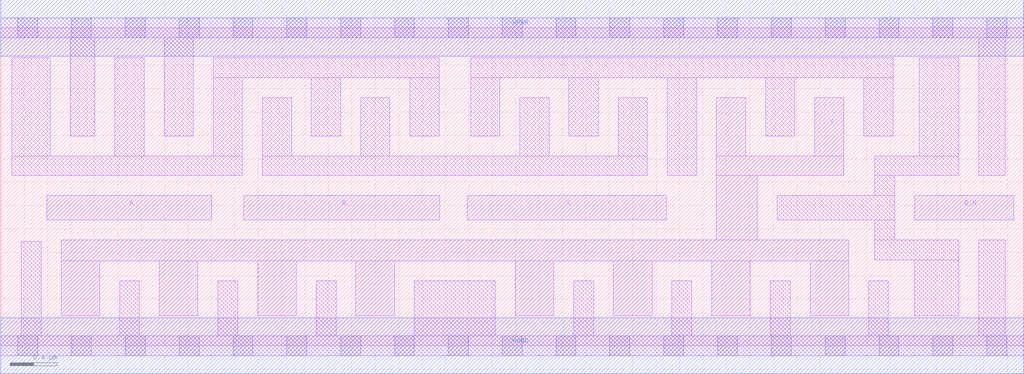
<source format=lef>
# Copyright 2020 The SkyWater PDK Authors
#
# Licensed under the Apache License, Version 2.0 (the "License");
# you may not use this file except in compliance with the License.
# You may obtain a copy of the License at
#
#     https://www.apache.org/licenses/LICENSE-2.0
#
# Unless required by applicable law or agreed to in writing, software
# distributed under the License is distributed on an "AS IS" BASIS,
# WITHOUT WARRANTIES OR CONDITIONS OF ANY KIND, either express or implied.
# See the License for the specific language governing permissions and
# limitations under the License.
#
# SPDX-License-Identifier: Apache-2.0

VERSION 5.7 ;
  NOWIREEXTENSIONATPIN ON ;
  DIVIDERCHAR "/" ;
  BUSBITCHARS "[]" ;
UNITS
  DATABASE MICRONS 200 ;
END UNITS
MACRO sky130_fd_sc_hd__nor4b_4
  CLASS CORE ;
  FOREIGN sky130_fd_sc_hd__nor4b_4 ;
  ORIGIN  0.000000  0.000000 ;
  SIZE  8.740000 BY  2.720000 ;
  SYMMETRY X Y R90 ;
  SITE unithd ;
  PIN A
    ANTENNAGATEAREA  0.990000 ;
    DIRECTION INPUT ;
    USE SIGNAL ;
    PORT
      LAYER li1 ;
        RECT 0.395000 1.075000 1.805000 1.285000 ;
    END
  END A
  PIN B
    ANTENNAGATEAREA  0.990000 ;
    DIRECTION INPUT ;
    USE SIGNAL ;
    PORT
      LAYER li1 ;
        RECT 2.075000 1.075000 3.750000 1.285000 ;
    END
  END B
  PIN C
    ANTENNAGATEAREA  0.990000 ;
    DIRECTION INPUT ;
    USE SIGNAL ;
    PORT
      LAYER li1 ;
        RECT 3.985000 1.075000 5.685000 1.285000 ;
    END
  END C
  PIN D_N
    ANTENNAGATEAREA  0.247500 ;
    DIRECTION INPUT ;
    USE SIGNAL ;
    PORT
      LAYER li1 ;
        RECT 7.810000 1.075000 8.655000 1.285000 ;
    END
  END D_N
  PIN Y
    ANTENNADIFFAREA  1.944000 ;
    DIRECTION OUTPUT ;
    USE SIGNAL ;
    PORT
      LAYER li1 ;
        RECT 0.515000 0.255000 0.845000 0.725000 ;
        RECT 0.515000 0.725000 7.245000 0.905000 ;
        RECT 1.355000 0.255000 1.685000 0.725000 ;
        RECT 2.195000 0.255000 2.525000 0.725000 ;
        RECT 3.035000 0.255000 3.365000 0.725000 ;
        RECT 4.395000 0.255000 4.725000 0.725000 ;
        RECT 5.235000 0.255000 5.565000 0.725000 ;
        RECT 6.075000 0.255000 6.405000 0.725000 ;
        RECT 6.115000 0.905000 6.465000 1.455000 ;
        RECT 6.115000 1.455000 7.205000 1.625000 ;
        RECT 6.115000 1.625000 6.365000 2.125000 ;
        RECT 6.915000 0.255000 7.245000 0.725000 ;
        RECT 6.955000 1.625000 7.205000 2.125000 ;
    END
  END Y
  PIN VGND
    DIRECTION INOUT ;
    SHAPE ABUTMENT ;
    USE GROUND ;
    PORT
      LAYER met1 ;
        RECT 0.000000 -0.240000 8.740000 0.240000 ;
    END
  END VGND
  PIN VPWR
    DIRECTION INOUT ;
    SHAPE ABUTMENT ;
    USE POWER ;
    PORT
      LAYER met1 ;
        RECT 0.000000 2.480000 8.740000 2.960000 ;
    END
  END VPWR
  OBS
    LAYER li1 ;
      RECT 0.000000 -0.085000 8.740000 0.085000 ;
      RECT 0.000000  2.635000 8.740000 2.805000 ;
      RECT 0.095000  1.455000 2.065000 1.625000 ;
      RECT 0.095000  1.625000 0.425000 2.465000 ;
      RECT 0.175000  0.085000 0.345000 0.895000 ;
      RECT 0.595000  1.795000 0.805000 2.635000 ;
      RECT 0.975000  1.625000 1.225000 2.465000 ;
      RECT 1.015000  0.085000 1.185000 0.555000 ;
      RECT 1.395000  1.795000 1.645000 2.635000 ;
      RECT 1.815000  1.625000 2.065000 2.295000 ;
      RECT 1.815000  2.295000 3.745000 2.465000 ;
      RECT 1.855000  0.085000 2.025000 0.555000 ;
      RECT 2.235000  1.455000 5.525000 1.625000 ;
      RECT 2.235000  1.625000 2.485000 2.125000 ;
      RECT 2.655000  1.795000 2.905000 2.295000 ;
      RECT 2.695000  0.085000 2.865000 0.555000 ;
      RECT 3.075000  1.625000 3.325000 2.125000 ;
      RECT 3.495000  1.795000 3.745000 2.295000 ;
      RECT 3.535000  0.085000 4.225000 0.555000 ;
      RECT 4.015000  1.795000 4.265000 2.295000 ;
      RECT 4.015000  2.295000 7.625000 2.465000 ;
      RECT 4.435000  1.625000 4.685000 2.125000 ;
      RECT 4.855000  1.795000 5.105000 2.295000 ;
      RECT 4.895000  0.085000 5.065000 0.555000 ;
      RECT 5.275000  1.625000 5.525000 2.125000 ;
      RECT 5.695000  1.455000 5.945000 2.295000 ;
      RECT 5.735000  0.085000 5.905000 0.555000 ;
      RECT 6.535000  1.795000 6.785000 2.295000 ;
      RECT 6.575000  0.085000 6.745000 0.555000 ;
      RECT 6.635000  1.075000 7.640000 1.285000 ;
      RECT 7.375000  1.795000 7.625000 2.295000 ;
      RECT 7.415000  0.085000 7.585000 0.555000 ;
      RECT 7.470000  0.735000 8.185000 0.905000 ;
      RECT 7.470000  0.905000 7.640000 1.075000 ;
      RECT 7.470000  1.285000 7.640000 1.455000 ;
      RECT 7.470000  1.455000 8.185000 1.625000 ;
      RECT 7.810000  0.255000 8.185000 0.735000 ;
      RECT 7.850000  1.625000 8.185000 2.465000 ;
      RECT 8.355000  0.085000 8.585000 0.905000 ;
      RECT 8.355000  1.455000 8.585000 2.635000 ;
    LAYER mcon ;
      RECT 0.145000 -0.085000 0.315000 0.085000 ;
      RECT 0.145000  2.635000 0.315000 2.805000 ;
      RECT 0.605000 -0.085000 0.775000 0.085000 ;
      RECT 0.605000  2.635000 0.775000 2.805000 ;
      RECT 1.065000 -0.085000 1.235000 0.085000 ;
      RECT 1.065000  2.635000 1.235000 2.805000 ;
      RECT 1.525000 -0.085000 1.695000 0.085000 ;
      RECT 1.525000  2.635000 1.695000 2.805000 ;
      RECT 1.985000 -0.085000 2.155000 0.085000 ;
      RECT 1.985000  2.635000 2.155000 2.805000 ;
      RECT 2.445000 -0.085000 2.615000 0.085000 ;
      RECT 2.445000  2.635000 2.615000 2.805000 ;
      RECT 2.905000 -0.085000 3.075000 0.085000 ;
      RECT 2.905000  2.635000 3.075000 2.805000 ;
      RECT 3.365000 -0.085000 3.535000 0.085000 ;
      RECT 3.365000  2.635000 3.535000 2.805000 ;
      RECT 3.825000 -0.085000 3.995000 0.085000 ;
      RECT 3.825000  2.635000 3.995000 2.805000 ;
      RECT 4.285000 -0.085000 4.455000 0.085000 ;
      RECT 4.285000  2.635000 4.455000 2.805000 ;
      RECT 4.745000 -0.085000 4.915000 0.085000 ;
      RECT 4.745000  2.635000 4.915000 2.805000 ;
      RECT 5.205000 -0.085000 5.375000 0.085000 ;
      RECT 5.205000  2.635000 5.375000 2.805000 ;
      RECT 5.665000 -0.085000 5.835000 0.085000 ;
      RECT 5.665000  2.635000 5.835000 2.805000 ;
      RECT 6.125000 -0.085000 6.295000 0.085000 ;
      RECT 6.125000  2.635000 6.295000 2.805000 ;
      RECT 6.585000 -0.085000 6.755000 0.085000 ;
      RECT 6.585000  2.635000 6.755000 2.805000 ;
      RECT 7.045000 -0.085000 7.215000 0.085000 ;
      RECT 7.045000  2.635000 7.215000 2.805000 ;
      RECT 7.505000 -0.085000 7.675000 0.085000 ;
      RECT 7.505000  2.635000 7.675000 2.805000 ;
      RECT 7.965000 -0.085000 8.135000 0.085000 ;
      RECT 7.965000  2.635000 8.135000 2.805000 ;
      RECT 8.425000 -0.085000 8.595000 0.085000 ;
      RECT 8.425000  2.635000 8.595000 2.805000 ;
  END
END sky130_fd_sc_hd__nor4b_4
END LIBRARY

</source>
